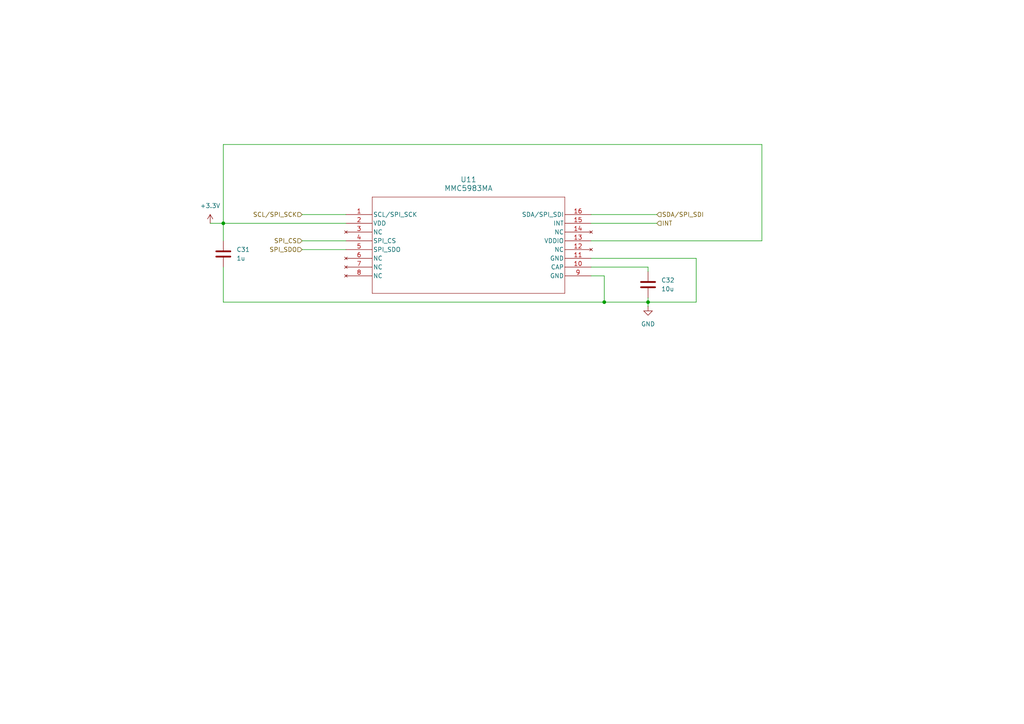
<source format=kicad_sch>
(kicad_sch (version 20250114) (generator "eeschema") (generator_version "9.0")
  (paper "A4")
  (title_block (title "Magnetometer Schematic") (date "2025-11-01") (rev "Rev 0.1") (company "OSU ASDT") (comment 1 "John Fletcher"))
  (lib_symbols
    (symbol "Device:C" (pin_numbers (hide yes)) (pin_names (offset 0.254))
      (property "Reference" "C" (at 0.635 2.54 0))
      (property "Value" "C" (at 0.635 -2.54 0))
      (symbol "C_0_1"
        (polyline (pts (xy -2.032 0.762) (xy 2.032 0.762)) (stroke (width 0.508)))
        (polyline (pts (xy -2.032 -0.762) (xy 2.032 -0.762)) (stroke (width 0.508)))
      )
      (symbol "C_1_1"
        (pin passive line (at 0 3.81 270) (length 2.794) (name "~") (number "1"))
        (pin passive line (at 0 -3.81 90) (length 2.794) (name "~") (number "2"))
      )
    )
    (symbol "MMC5983MA_FTP:MMC5983MA" (pin_names (offset 0.254))
      (property "Reference" "U" (at 35.56 10.16 0))
      (property "Value" "MMC5983MA" (at 35.56 7.62 0))
      (symbol "MMC5983MA_0_1"
        (polyline (pts (xy 7.62 5.08) (xy 7.62 -22.86)) (stroke (width 0.127)))
        (polyline (pts (xy 7.62 -22.86) (xy 63.5 -22.86)) (stroke (width 0.127)))
        (polyline (pts (xy 63.5 5.08) (xy 7.62 5.08)) (stroke (width 0.127)))
        (polyline (pts (xy 63.5 -22.86) (xy 63.5 5.08)) (stroke (width 0.127)))
        (pin input line (at 0 0 0) (length 7.62) (name "SCL/SPI_SCK") (number "1"))
        (pin power_in line (at 0 -2.54 0) (length 7.62) (name "VDD") (number "2"))
        (pin no_connect line (at 0 -5.08 0) (length 7.62) (name "NC") (number "3"))
        (pin input line (at 0 -7.62 0) (length 7.62) (name "SPI_CS") (number "4"))
        (pin output line (at 0 -10.16 0) (length 7.62) (name "SPI_SDO") (number "5"))
        (pin no_connect line (at 0 -12.7 0) (length 7.62) (name "NC") (number "6"))
        (pin no_connect line (at 0 -15.24 0) (length 7.62) (name "NC") (number "7"))
        (pin no_connect line (at 0 -17.78 0) (length 7.62) (name "NC") (number "8"))
        (pin bidirectional line (at 71.12 0 180) (length 7.62) (name "SDA/SPI_SDI") (number "16"))
        (pin output line (at 71.12 -2.54 180) (length 7.62) (name "INT") (number "15"))
        (pin no_connect line (at 71.12 -5.08 180) (length 7.62) (name "NC") (number "14"))
        (pin power_in line (at 71.12 -7.62 180) (length 7.62) (name "VDDIO") (number "13"))
        (pin no_connect line (at 71.12 -10.16 180) (length 7.62) (name "NC") (number "12"))
        (pin power_out line (at 71.12 -12.7 180) (length 7.62) (name "GND") (number "11"))
        (pin power_in line (at 71.12 -15.24 180) (length 7.62) (name "CAP") (number "10"))
        (pin power_out line (at 71.12 -17.78 180) (length 7.62) (name "GND") (number "9"))
      )
    )
    (symbol "power:+3.3V" (power) (pin_numbers (hide yes)) (pin_names (offset 0) (hide yes))
      (property "Value" "+3.3V" (at 0 3.556 0))
      (symbol "+3.3V_0_1"
        (polyline (pts (xy -0.762 1.27) (xy 0 2.54)))
        (polyline (pts (xy 0 2.54) (xy 0.762 1.27)))
        (polyline (pts (xy 0 0) (xy 0 2.54)))
      )
      (symbol "+3.3V_1_1"
        (pin power_in line (at 0 0 90) (length 0) (name "~") (number "1"))
      )
    )
    (symbol "power:GND" (power) (pin_numbers (hide yes)) (pin_names (offset 0) (hide yes))
      (property "Value" "GND" (at 0 -3.81 0))
      (symbol "GND_0_1"
        (polyline (pts (xy 0 0) (xy 0 -1.27) (xy 1.27 -1.27) (xy 0 -2.54) (xy -1.27 -1.27) (xy 0 -1.27)))
      )
      (symbol "GND_1_1"
        (pin power_in line (at 0 0 270) (length 0) (name "~") (number "1"))
      )
    )
  )
  (junction (at 175.26 87.63))
  (junction (at 64.77 64.77))
  (junction (at 187.96 87.63))
  (wire (pts (xy 64.77 77.47) (xy 64.77 87.63)))
  (wire (pts (xy 175.26 87.63) (xy 187.96 87.63)))
  (wire (pts (xy 171.45 77.47) (xy 187.96 77.47)))
  (wire (pts (xy 64.77 64.77) (xy 64.77 69.85)))
  (wire (pts (xy 171.45 74.93) (xy 201.93 74.93)))
  (wire (pts (xy 175.26 80.01) (xy 175.26 87.63)))
  (wire (pts (xy 60.96 64.77) (xy 64.77 64.77)))
  (wire (pts (xy 220.98 41.91) (xy 64.77 41.91)))
  (wire (pts (xy 201.93 74.93) (xy 201.93 87.63)))
  (wire (pts (xy 171.45 64.77) (xy 190.5 64.77)))
  (wire (pts (xy 64.77 41.91) (xy 64.77 64.77)))
  (wire (pts (xy 187.96 77.47) (xy 187.96 78.74)))
  (wire (pts (xy 187.96 88.9) (xy 187.96 87.63)))
  (wire (pts (xy 171.45 80.01) (xy 175.26 80.01)))
  (wire (pts (xy 201.93 87.63) (xy 187.96 87.63)))
  (wire (pts (xy 64.77 64.77) (xy 100.33 64.77)))
  (wire (pts (xy 187.96 86.36) (xy 187.96 87.63)))
  (wire (pts (xy 220.98 69.85) (xy 220.98 41.91)))
  (wire (pts (xy 87.63 62.23) (xy 100.33 62.23)))
  (wire (pts (xy 64.77 87.63) (xy 175.26 87.63)))
  (wire (pts (xy 87.63 69.85) (xy 100.33 69.85)))
  (wire (pts (xy 171.45 62.23) (xy 190.5 62.23)))
  (wire (pts (xy 171.45 69.85) (xy 220.98 69.85)))
  (wire (pts (xy 87.63 72.39) (xy 100.33 72.39)))
  (hierarchical_label "SPI_SDO" (shape input) (at 87.63 72.39 180))
  (hierarchical_label "SPI_CS" (shape input) (at 87.63 69.85 180))
  (hierarchical_label "SDA{slash}SPI_SDI" (shape input) (at 190.5 62.23 0))
  (hierarchical_label "SCL{slash}SPI_SCK" (shape input) (at 87.63 62.23 180))
  (hierarchical_label "INT" (shape input) (at 190.5 64.77 0))
  (symbol (lib_id "Device:C") (at 187.96 82.55 0) (unit 1)
    (property "Reference" "C32" (at 191.77 81.2799 0) (effects (justify left)))
    (property "Value" "10u" (at 191.77 83.8199 0) (effects (justify left)))
    (property "Footprint" "Capacitor_SMD:C_0402_1005Metric" (effects (hide yes)))
    (property "Description" "Unpolarized capacitor" (effects (hide yes)))
  )
  (symbol (lib_id "power:+3.3V") (at 60.96 64.77 0) (unit 1)
    (property "Reference" "#PWR055" (effects (hide yes)))
    (property "Value" "+3.3V" (at 60.96 59.69 0))
    (property "Description" "Power symbol creates a global label with name \"+3.3V\"" (effects (hide yes)))
  )
  (symbol (lib_id "power:GND") (at 187.96 88.9 0) (unit 1)
    (property "Reference" "#PWR056" (effects (hide yes)))
    (property "Value" "GND" (at 187.96 93.98 0))
    (property "Description" "Power symbol creates a global label with name \"GND\" , ground" (effects (hide yes)))
  )
  (symbol (lib_id "MMC5983MA_FTP:MMC5983MA") (at 100.33 62.23 0) (unit 1)
    (property "Reference" "U11" (at 135.89 52.07 0) (effects (font (size 1.524 1.524))))
    (property "Value" "MMC5983MA" (at 135.89 54.61 0) (effects (font (size 1.524 1.524))))
    (property "Footprint" "footprints:MMC5983MA_MEM" (effects (hide yes)))
    (property "Datasheet" "MMC5983MA" (effects (hide yes)))
  )
  (symbol (lib_id "Device:C") (at 64.77 73.66 0) (unit 1)
    (property "Reference" "C31" (at 68.58 72.3899 0) (effects (justify left)))
    (property "Value" "1u" (at 68.58 74.9299 0) (effects (justify left)))
    (property "Footprint" "Capacitor_SMD:C_0402_1005Metric" (effects (hide yes)))
    (property "Description" "Unpolarized capacitor" (effects (hide yes)))
  )
)
</source>
